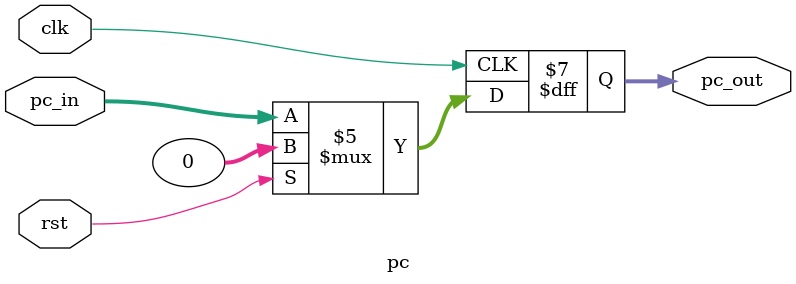
<source format=v>
module pc(clk, rst, pc_in, pc_out);
    parameter PC_WIDTH_LENGTH = 32;
    
    input clk, rst;
    input [PC_WIDTH_LENGTH-1:0] pc_in;

    output reg [PC_WIDTH_LENGTH-1:0] pc_out;

    initial pc_out = 32'b00000000_00000000_00000000_00000000;

    always@ (posedge clk) begin
    if (rst==1)
        pc_out = 32'b00000000_00000000_00000000_00000000;
    else 
        pc_out = pc_in; 
    end   
endmodule 
</source>
